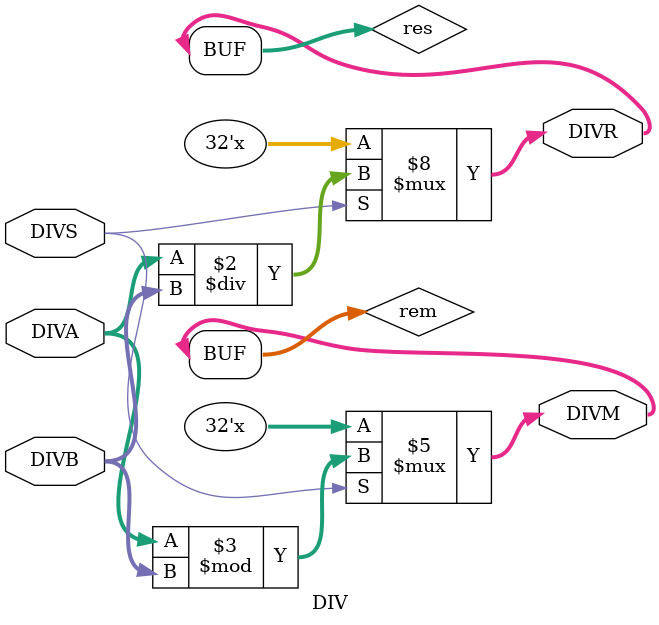
<source format=v>
`timescale 1ns / 1ps

module DIV(
    input [31:0] DIVA,
    input [31:0] DIVB,
    input DIVS,
    output [31:0] DIVR,
    output [31:0] DIVM
    );
    reg [31:0] res;
    reg [31:0] rem;
    always@(*)
    begin
        if(DIVS)
        begin
            res = $signed(DIVA) / $signed(DIVB);
            rem = $signed(DIVA) % $signed(DIVB);
        end
    end
    assign DIVR = res;
    assign DIVM = rem;
endmodule

</source>
